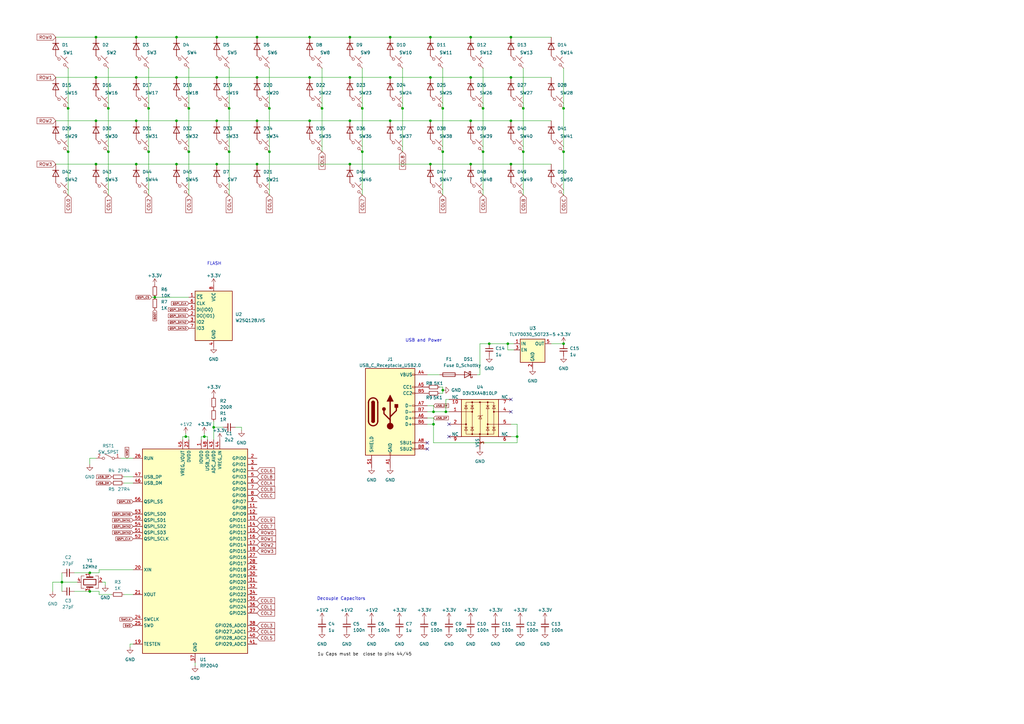
<source format=kicad_sch>
(kicad_sch (version 20231120) (generator "eeschema") (generator_version "8.0")
  (paper "A3")
  (junction (at 209.55 49.53))
  (junction (at 165.1 44.45))
  (junction (at 127 31.75))
  (junction (at 55.88 49.53))
  (junction (at 72.39 15.24))
  (junction (at 231.14 62.23))
  (junction (at 105.41 49.53))
  (junction (at 88.9 67.31))
  (junction (at 27.94 62.23))
  (junction (at 148.59 62.23))
  (junction (at 63.5 121.92))
  (junction (at 214.63 62.23))
  (junction (at 60.96 62.23))
  (junction (at 25.4 238.76))
  (junction (at 160.02 15.24))
  (junction (at 88.9 49.53))
  (junction (at 231.14 44.45))
  (junction (at 87.63 175.26))
  (junction (at 198.12 62.23))
  (junction (at 76.2 179.07))
  (junction (at 176.53 49.53))
  (junction (at 83.82 179.07))
  (junction (at 177.8 173.99))
  (junction (at 55.88 15.24))
  (junction (at 44.45 44.45))
  (junction (at 39.37 67.31))
  (junction (at 176.53 31.75))
  (junction (at 88.9 15.24))
  (junction (at 160.02 49.53))
  (junction (at 193.04 49.53))
  (junction (at 193.04 15.24))
  (junction (at 182.88 168.91))
  (junction (at 39.37 15.24))
  (junction (at 105.41 15.24))
  (junction (at 27.94 44.45))
  (junction (at 105.41 67.31))
  (junction (at 231.14 140.97))
  (junction (at 60.96 44.45))
  (junction (at 110.49 44.45))
  (junction (at 181.61 44.45))
  (junction (at 143.51 31.75))
  (junction (at 127 49.53))
  (junction (at 209.55 67.31))
  (junction (at 132.08 44.45))
  (junction (at 143.51 49.53))
  (junction (at 208.28 140.97))
  (junction (at 77.47 44.45))
  (junction (at 176.53 67.31))
  (junction (at 198.12 44.45))
  (junction (at 72.39 67.31))
  (junction (at 93.98 44.45))
  (junction (at 160.02 31.75))
  (junction (at 72.39 49.53))
  (junction (at 93.98 62.23))
  (junction (at 105.41 31.75))
  (junction (at 176.53 15.24))
  (junction (at 193.04 31.75))
  (junction (at 36.83 234.95))
  (junction (at 200.66 140.97))
  (junction (at 193.04 67.31))
  (junction (at 77.47 62.23))
  (junction (at 39.37 31.75))
  (junction (at 39.37 49.53))
  (junction (at 127 15.24))
  (junction (at 181.61 160.02))
  (junction (at 55.88 31.75))
  (junction (at 110.49 62.23))
  (junction (at 143.51 15.24))
  (junction (at 177.8 168.91))
  (junction (at 36.83 242.57))
  (junction (at 55.88 67.31))
  (junction (at 143.51 67.31))
  (junction (at 209.55 31.75))
  (junction (at 72.39 31.75))
  (junction (at 209.55 15.24))
  (junction (at 181.61 62.23))
  (junction (at 88.9 31.75))
  (junction (at 44.45 62.23))
  (junction (at 214.63 44.45))
  (junction (at 148.59 44.45))
  (junction (at 212.09 179.07))
  (no_connect (at 184.15 173.99))
  (no_connect (at 184.15 179.07))
  (no_connect (at 209.55 168.91))
  (no_connect (at 175.26 181.61))
  (no_connect (at 209.55 163.83))
  (no_connect (at 175.26 184.15))
  (wire (pts (xy 36.83 234.95) (xy 40.64 234.95)))
  (wire (pts (xy 50.8 195.58) (xy 54.61 195.58)))
  (wire (pts (xy 40.64 243.84) (xy 40.64 242.57)))
  (wire (pts (xy 105.41 15.24) (xy 127 15.24)))
  (wire (pts (xy 21.59 238.76) (xy 25.4 238.76)))
  (wire (pts (xy 181.61 62.23) (xy 181.61 80.01)))
  (wire (pts (xy 30.48 242.57) (xy 36.83 242.57)))
  (wire (pts (xy 209.55 179.07) (xy 212.09 179.07)))
  (wire (pts (xy 175.26 166.37) (xy 177.8 166.37)))
  (wire (pts (xy 25.4 238.76) (xy 31.75 238.76)))
  (wire (pts (xy 196.85 140.97) (xy 196.85 153.67)))
  (wire (pts (xy 193.04 67.31) (xy 209.55 67.31)))
  (wire (pts (xy 93.98 62.23) (xy 93.98 80.01)))
  (wire (pts (xy 180.34 158.75) (xy 181.61 158.75)))
  (wire (pts (xy 208.28 143.51) (xy 208.28 140.97)))
  (wire (pts (xy 105.41 49.53) (xy 127 49.53)))
  (wire (pts (xy 27.94 44.45) (xy 27.94 62.23)))
  (wire (pts (xy 177.8 173.99) (xy 177.8 181.61)))
  (wire (pts (xy 198.12 27.94) (xy 198.12 44.45)))
  (wire (pts (xy 39.37 15.24) (xy 55.88 15.24)))
  (wire (pts (xy 182.88 168.91) (xy 184.15 168.91)))
  (wire (pts (xy 40.64 243.84) (xy 45.72 243.84)))
  (wire (pts (xy 25.4 234.95) (xy 25.4 238.76)))
  (wire (pts (xy 50.8 198.12) (xy 54.61 198.12)))
  (wire (pts (xy 210.82 143.51) (xy 208.28 143.51)))
  (wire (pts (xy 209.55 31.75) (xy 226.06 31.75)))
  (wire (pts (xy 177.8 171.45) (xy 177.8 173.99)))
  (wire (pts (xy 72.39 67.31) (xy 88.9 67.31)))
  (wire (pts (xy 88.9 15.24) (xy 105.41 15.24)))
  (wire (pts (xy 44.45 44.45) (xy 44.45 62.23)))
  (wire (pts (xy 53.34 264.16) (xy 54.61 264.16)))
  (wire (pts (xy 209.55 49.53) (xy 226.06 49.53)))
  (wire (pts (xy 77.47 179.07) (xy 76.2 179.07)))
  (wire (pts (xy 25.4 238.76) (xy 25.4 242.57)))
  (wire (pts (xy 80.01 271.78) (xy 80.01 273.05)))
  (wire (pts (xy 176.53 49.53) (xy 193.04 49.53)))
  (wire (pts (xy 196.85 140.97) (xy 200.66 140.97)))
  (wire (pts (xy 193.04 49.53) (xy 209.55 49.53)))
  (wire (pts (xy 40.64 234.95) (xy 40.64 233.68)))
  (wire (pts (xy 39.37 67.31) (xy 55.88 67.31)))
  (wire (pts (xy 74.93 179.07) (xy 74.93 180.34)))
  (wire (pts (xy 165.1 27.94) (xy 165.1 44.45)))
  (wire (pts (xy 77.47 44.45) (xy 77.47 62.23)))
  (wire (pts (xy 160.02 49.53) (xy 176.53 49.53)))
  (wire (pts (xy 193.04 15.24) (xy 209.55 15.24)))
  (wire (pts (xy 40.64 242.57) (xy 36.83 242.57)))
  (wire (pts (xy 76.2 179.07) (xy 74.93 179.07)))
  (wire (pts (xy 212.09 173.99) (xy 209.55 173.99)))
  (wire (pts (xy 60.96 44.45) (xy 60.96 62.23)))
  (wire (pts (xy 182.88 163.83) (xy 184.15 163.83)))
  (wire (pts (xy 60.96 62.23) (xy 60.96 80.01)))
  (wire (pts (xy 176.53 31.75) (xy 193.04 31.75)))
  (wire (pts (xy 83.82 177.8) (xy 83.82 179.07)))
  (wire (pts (xy 72.39 31.75) (xy 88.9 31.75)))
  (wire (pts (xy 27.94 27.94) (xy 27.94 44.45)))
  (wire (pts (xy 127 15.24) (xy 143.51 15.24)))
  (wire (pts (xy 87.63 175.26) (xy 91.44 175.26)))
  (wire (pts (xy 87.63 172.72) (xy 87.63 175.26)))
  (wire (pts (xy 177.8 173.99) (xy 175.26 173.99)))
  (wire (pts (xy 198.12 44.45) (xy 198.12 62.23)))
  (wire (pts (xy 36.83 187.96) (xy 36.83 190.5)))
  (wire (pts (xy 231.14 62.23) (xy 231.14 80.01)))
  (wire (pts (xy 88.9 67.31) (xy 105.41 67.31)))
  (wire (pts (xy 160.02 31.75) (xy 176.53 31.75)))
  (wire (pts (xy 148.59 62.23) (xy 148.59 80.01)))
  (wire (pts (xy 200.66 140.97) (xy 208.28 140.97)))
  (wire (pts (xy 96.52 175.26) (xy 99.06 175.26)))
  (wire (pts (xy 77.47 27.94) (xy 77.47 44.45)))
  (wire (pts (xy 93.98 27.94) (xy 93.98 44.45)))
  (wire (pts (xy 110.49 27.94) (xy 110.49 44.45)))
  (wire (pts (xy 36.83 187.96) (xy 39.37 187.96)))
  (wire (pts (xy 27.94 62.23) (xy 27.94 80.01)))
  (wire (pts (xy 209.55 67.31) (xy 226.06 67.31)))
  (wire (pts (xy 181.61 158.75) (xy 181.61 160.02)))
  (wire (pts (xy 77.47 62.23) (xy 77.47 80.01)))
  (wire (pts (xy 127 49.53) (xy 143.51 49.53)))
  (wire (pts (xy 77.47 180.34) (xy 77.47 179.07)))
  (wire (pts (xy 180.34 161.29) (xy 181.61 161.29)))
  (wire (pts (xy 175.26 168.91) (xy 177.8 168.91)))
  (wire (pts (xy 22.86 49.53) (xy 39.37 49.53)))
  (wire (pts (xy 30.48 234.95) (xy 36.83 234.95)))
  (wire (pts (xy 22.86 31.75) (xy 39.37 31.75)))
  (wire (pts (xy 175.26 171.45) (xy 177.8 171.45)))
  (wire (pts (xy 55.88 49.53) (xy 72.39 49.53)))
  (wire (pts (xy 105.41 67.31) (xy 143.51 67.31)))
  (wire (pts (xy 214.63 44.45) (xy 214.63 62.23)))
  (wire (pts (xy 88.9 31.75) (xy 105.41 31.75)))
  (wire (pts (xy 49.53 187.96) (xy 54.61 187.96)))
  (wire (pts (xy 60.96 27.94) (xy 60.96 44.45)))
  (wire (pts (xy 175.26 153.67) (xy 180.34 153.67)))
  (wire (pts (xy 212.09 179.07) (xy 212.09 173.99)))
  (wire (pts (xy 132.08 44.45) (xy 132.08 62.23)))
  (wire (pts (xy 85.09 179.07) (xy 83.82 179.07)))
  (wire (pts (xy 22.86 67.31) (xy 39.37 67.31)))
  (wire (pts (xy 82.55 179.07) (xy 83.82 179.07)))
  (wire (pts (xy 148.59 44.45) (xy 148.59 62.23)))
  (wire (pts (xy 110.49 62.23) (xy 110.49 80.01)))
  (wire (pts (xy 21.59 242.57) (xy 21.59 238.76)))
  (wire (pts (xy 196.85 153.67) (xy 195.58 153.67)))
  (wire (pts (xy 99.06 175.26) (xy 99.06 176.53)))
  (wire (pts (xy 40.64 233.68) (xy 54.61 233.68)))
  (wire (pts (xy 93.98 44.45) (xy 93.98 62.23)))
  (wire (pts (xy 165.1 44.45) (xy 165.1 62.23)))
  (wire (pts (xy 177.8 181.61) (xy 212.09 181.61)))
  (wire (pts (xy 132.08 27.94) (xy 132.08 44.45)))
  (wire (pts (xy 50.8 243.84) (xy 54.61 243.84)))
  (wire (pts (xy 177.8 168.91) (xy 182.88 168.91)))
  (wire (pts (xy 148.59 27.94) (xy 148.59 44.45)))
  (wire (pts (xy 39.37 49.53) (xy 55.88 49.53)))
  (wire (pts (xy 214.63 27.94) (xy 214.63 44.45)))
  (wire (pts (xy 143.51 67.31) (xy 176.53 67.31)))
  (wire (pts (xy 87.63 175.26) (xy 87.63 180.34)))
  (wire (pts (xy 62.23 121.92) (xy 63.5 121.92)))
  (wire (pts (xy 53.34 265.43) (xy 53.34 264.16)))
  (wire (pts (xy 85.09 180.34) (xy 85.09 179.07)))
  (wire (pts (xy 181.61 44.45) (xy 181.61 62.23)))
  (wire (pts (xy 212.09 181.61) (xy 212.09 179.07)))
  (wire (pts (xy 198.12 62.23) (xy 198.12 80.01)))
  (wire (pts (xy 55.88 67.31) (xy 72.39 67.31)))
  (wire (pts (xy 176.53 15.24) (xy 193.04 15.24)))
  (wire (pts (xy 181.61 161.29) (xy 181.61 160.02)))
  (wire (pts (xy 39.37 31.75) (xy 55.88 31.75)))
  (wire (pts (xy 44.45 27.94) (xy 44.45 44.45)))
  (wire (pts (xy 72.39 15.24) (xy 88.9 15.24)))
  (wire (pts (xy 44.45 62.23) (xy 44.45 80.01)))
  (wire (pts (xy 76.2 177.8) (xy 76.2 179.07)))
  (wire (pts (xy 143.51 49.53) (xy 160.02 49.53)))
  (wire (pts (xy 110.49 44.45) (xy 110.49 62.23)))
  (wire (pts (xy 143.51 15.24) (xy 160.02 15.24)))
  (wire (pts (xy 214.63 62.23) (xy 214.63 80.01)))
  (wire (pts (xy 55.88 15.24) (xy 72.39 15.24)))
  (wire (pts (xy 209.55 15.24) (xy 226.06 15.24)))
  (wire (pts (xy 82.55 180.34) (xy 82.55 179.07)))
  (wire (pts (xy 177.8 166.37) (xy 177.8 168.91)))
  (wire (pts (xy 181.61 27.94) (xy 181.61 44.45)))
  (wire (pts (xy 193.04 31.75) (xy 209.55 31.75)))
  (wire (pts (xy 55.88 31.75) (xy 72.39 31.75)))
  (wire (pts (xy 231.14 27.94) (xy 231.14 44.45)))
  (wire (pts (xy 226.06 140.97) (xy 231.14 140.97)))
  (wire (pts (xy 43.18 238.76) (xy 43.18 240.03)))
  (wire (pts (xy 41.91 238.76) (xy 43.18 238.76)))
  (wire (pts (xy 208.28 140.97) (xy 210.82 140.97)))
  (wire (pts (xy 127 31.75) (xy 143.51 31.75)))
  (wire (pts (xy 72.39 49.53) (xy 88.9 49.53)))
  (wire (pts (xy 63.5 121.92) (xy 77.47 121.92)))
  (wire (pts (xy 231.14 44.45) (xy 231.14 62.23)))
  (wire (pts (xy 22.86 15.24) (xy 39.37 15.24)))
  (wire (pts (xy 182.88 168.91) (xy 182.88 163.83)))
  (wire (pts (xy 143.51 31.75) (xy 160.02 31.75)))
  (wire (pts (xy 105.41 31.75) (xy 127 31.75)))
  (wire (pts (xy 160.02 15.24) (xy 176.53 15.24)))
  (wire (pts (xy 88.9 49.53) (xy 105.41 49.53)))
  (wire (pts (xy 176.53 67.31) (xy 193.04 67.31)))
  (text "Decouple Capacitors" (at 139.954 245.618 0) (effects (font (size 1.27 1.27))))
  (text "USB and Power" (at 173.736 139.7 0) (effects (font (size 1.27 1.27))))
  (text "FLASH" (at 87.884 108.204 0) (effects (font (size 1.27 1.27))))
  (label "1u Caps must be  close to pins 44{slash}45" (at 168.91 269.24 180))
  (global_label "COL9" (shape input) (at 105.41 213.36 0) (property "Intersheetrefs" "${INTERSHEET_REFS}" (effects (hide yes))))
  (global_label "BOOT" (shape input) (at 63.5 127 270) (effects (font (size 0.8 0.8))) (property "Intersheetrefs" "${INTERSHEET_REFS}" (effects (hide yes))))
  (global_label "COL9" (shape input) (at 181.61 80.01 270) (property "Intersheetrefs" "${INTERSHEET_REFS}" (effects (hide yes))))
  (global_label "COLB" (shape input) (at 214.63 80.01 270) (property "Intersheetrefs" "${INTERSHEET_REFS}" (effects (hide yes))))
  (global_label "COL4" (shape input) (at 105.41 259.08 0) (property "Intersheetrefs" "${INTERSHEET_REFS}" (effects (hide yes))))
  (global_label "QSPI_DATA3" (shape input) (at 54.61 218.44 180) (effects (font (size 0.8 0.8))) (property "Intersheetrefs" "${INTERSHEET_REFS}" (effects (hide yes))))
  (global_label "COL4" (shape input) (at 93.98 80.01 270) (property "Intersheetrefs" "${INTERSHEET_REFS}" (effects (hide yes))))
  (global_label "COL0" (shape input) (at 105.41 246.38 0) (property "Intersheetrefs" "${INTERSHEET_REFS}" (effects (hide yes))))
  (global_label "QSPI_DATA1" (shape input) (at 54.61 213.36 180) (effects (font (size 0.8 0.8))) (property "Intersheetrefs" "${INTERSHEET_REFS}" (effects (hide yes))))
  (global_label "NRST" (shape input) (at 52.07 187.96 90) (effects (font (size 0.8 0.8))) (property "Intersheetrefs" "${INTERSHEET_REFS}" (effects (hide yes))))
  (global_label "COLB" (shape input) (at 105.41 200.66 0) (property "Intersheetrefs" "${INTERSHEET_REFS}" (effects (hide yes))))
  (global_label "QSPI_DATA2" (shape input) (at 77.47 132.08 180) (effects (font (size 0.8 0.8))) (property "Intersheetrefs" "${INTERSHEET_REFS}" (effects (hide yes))))
  (global_label "QSPI_CS" (shape input) (at 62.23 121.92 180) (effects (font (size 0.8 0.8))) (property "Intersheetrefs" "${INTERSHEET_REFS}" (effects (hide yes))))
  (global_label "COLA" (shape input) (at 105.41 198.12 0) (property "Intersheetrefs" "${INTERSHEET_REFS}" (effects (hide yes))))
  (global_label "QSPI_CLK" (shape input) (at 54.61 220.98 180) (effects (font (size 0.8 0.8))) (property "Intersheetrefs" "${INTERSHEET_REFS}" (effects (hide yes))))
  (global_label "SWCLK" (shape input) (at 54.61 254 180) (effects (font (size 0.8 0.8))) (property "Intersheetrefs" "${INTERSHEET_REFS}" (effects (hide yes))))
  (global_label "QSPI_DATA1" (shape input) (at 77.47 129.54 180) (effects (font (size 0.8 0.8))) (property "Intersheetrefs" "${INTERSHEET_REFS}" (effects (hide yes))))
  (global_label "COL8" (shape input) (at 165.1 62.23 270) (property "Intersheetrefs" "${INTERSHEET_REFS}" (effects (hide yes))))
  (global_label "COL0" (shape input) (at 27.94 80.01 270) (property "Intersheetrefs" "${INTERSHEET_REFS}" (effects (hide yes))))
  (global_label "QSPI_DATA3" (shape input) (at 77.47 134.62 180) (effects (font (size 0.8 0.8))) (property "Intersheetrefs" "${INTERSHEET_REFS}" (effects (hide yes))))
  (global_label "COL7" (shape input) (at 105.41 215.9 0) (property "Intersheetrefs" "${INTERSHEET_REFS}" (effects (hide yes))))
  (global_label "COL6" (shape input) (at 105.41 193.04 0) (property "Intersheetrefs" "${INTERSHEET_REFS}" (effects (hide yes))))
  (global_label "COL3" (shape input) (at 77.47 80.01 270) (property "Intersheetrefs" "${INTERSHEET_REFS}" (effects (hide yes))))
  (global_label "QSPI_DATA2" (shape input) (at 54.61 215.9 180) (effects (font (size 0.8 0.8))) (property "Intersheetrefs" "${INTERSHEET_REFS}" (effects (hide yes))))
  (global_label "QSPI_CS" (shape input) (at 54.61 205.74 180) (effects (font (size 0.8 0.8))) (property "Intersheetrefs" "${INTERSHEET_REFS}" (effects (hide yes))))
  (global_label "ROW0" (shape input) (at 105.41 218.44 0) (property "Intersheetrefs" "${INTERSHEET_REFS}" (effects (hide yes))))
  (global_label "USB_DM" (shape input) (at 177.8 166.37 0) (effects (font (size 0.8 0.8))) (property "Intersheetrefs" "${INTERSHEET_REFS}" (effects (hide yes))))
  (global_label "ROW1" (shape input) (at 105.41 220.98 0) (property "Intersheetrefs" "${INTERSHEET_REFS}" (effects (hide yes))))
  (global_label "USB_DM" (shape input) (at 45.72 198.12 180) (effects (font (size 0.8 0.8))) (property "Intersheetrefs" "${INTERSHEET_REFS}" (effects (hide yes))))
  (global_label "QSPI_DATA0" (shape input) (at 54.61 210.82 180) (effects (font (size 0.8 0.8))) (property "Intersheetrefs" "${INTERSHEET_REFS}" (effects (hide yes))))
  (global_label "COL7" (shape input) (at 148.59 80.01 270) (property "Intersheetrefs" "${INTERSHEET_REFS}" (effects (hide yes))))
  (global_label "QSPI_DATA0" (shape input) (at 77.47 127 180) (effects (font (size 0.8 0.8))) (property "Intersheetrefs" "${INTERSHEET_REFS}" (effects (hide yes))))
  (global_label "COL6" (shape input) (at 132.08 62.23 270) (property "Intersheetrefs" "${INTERSHEET_REFS}" (effects (hide yes))))
  (global_label "ROW0" (shape input) (at 22.86 15.24 180) (property "Intersheetrefs" "${INTERSHEET_REFS}" (effects (hide yes))))
  (global_label "USB_DP" (shape input) (at 177.8 171.45 0) (effects (font (size 0.8 0.8))) (property "Intersheetrefs" "${INTERSHEET_REFS}" (effects (hide yes))))
  (global_label "COL2" (shape input) (at 60.96 80.01 270) (property "Intersheetrefs" "${INTERSHEET_REFS}" (effects (hide yes))))
  (global_label "ROW3" (shape input) (at 105.41 226.06 0) (property "Intersheetrefs" "${INTERSHEET_REFS}" (effects (hide yes))))
  (global_label "ROW3" (shape input) (at 22.86 67.31 180) (property "Intersheetrefs" "${INTERSHEET_REFS}" (effects (hide yes))))
  (global_label "COL2" (shape input) (at 105.41 251.46 0) (property "Intersheetrefs" "${INTERSHEET_REFS}" (effects (hide yes))))
  (global_label "USB_DP" (shape input) (at 45.72 195.58 180) (effects (font (size 0.8 0.8))) (property "Intersheetrefs" "${INTERSHEET_REFS}" (effects (hide yes))))
  (global_label "COLC" (shape input) (at 231.14 80.01 270) (property "Intersheetrefs" "${INTERSHEET_REFS}" (effects (hide yes))))
  (global_label "COL5" (shape input) (at 105.41 261.62 0) (property "Intersheetrefs" "${INTERSHEET_REFS}" (effects (hide yes))))
  (global_label "ROW2" (shape input) (at 105.41 223.52 0) (property "Intersheetrefs" "${INTERSHEET_REFS}" (effects (hide yes))))
  (global_label "COL1" (shape input) (at 44.45 80.01 270) (property "Intersheetrefs" "${INTERSHEET_REFS}" (effects (hide yes))))
  (global_label "COL3" (shape input) (at 105.41 256.54 0) (property "Intersheetrefs" "${INTERSHEET_REFS}" (effects (hide yes))))
  (global_label "QSPI_CLK" (shape input) (at 77.47 124.46 180) (effects (font (size 0.8 0.8))) (property "Intersheetrefs" "${INTERSHEET_REFS}" (effects (hide yes))))
  (global_label "COL5" (shape input) (at 110.49 80.01 270) (property "Intersheetrefs" "${INTERSHEET_REFS}" (effects (hide yes))))
  (global_label "COLA" (shape input) (at 198.12 80.01 270) (property "Intersheetrefs" "${INTERSHEET_REFS}" (effects (hide yes))))
  (global_label "COLC" (shape input) (at 105.41 203.2 0) (property "Intersheetrefs" "${INTERSHEET_REFS}" (effects (hide yes))))
  (global_label "COL8" (shape input) (at 105.41 195.58 0) (property "Intersheetrefs" "${INTERSHEET_REFS}" (effects (hide yes))))
  (global_label "SWD" (shape input) (at 54.61 256.54 180) (effects (font (size 0.8 0.8))) (property "Intersheetrefs" "${INTERSHEET_REFS}" (effects (hide yes))))
  (global_label "COL1" (shape input) (at 105.41 248.92 0) (property "Intersheetrefs" "${INTERSHEET_REFS}" (effects (hide yes))))
  (global_label "ROW2" (shape input) (at 22.86 49.53 180) (property "Intersheetrefs" "${INTERSHEET_REFS}" (effects (hide yes))))
  (global_label "ROW1" (shape input) (at 22.86 31.75 180) (property "Intersheetrefs" "${INTERSHEET_REFS}" (effects (hide yes))))
  (symbol (lib_id "Diode:1N4148W") (at 39.37 71.12 270) (unit 1)
    (property "Reference" "D43" (at 41.91 70.485 90) (effects (justify left)))
    (property "Value" "1N4148W" (effects (hide yes)))
    (property "Footprint" "Diode_SMD:D_SOD-123" (effects (hide yes)))
    (property "Datasheet" "https://www.vishay.com/docs/85748/1n4148w.pdf" (effects (hide yes)))
    (property "Sim.Device" "D" (effects (hide yes)))
    (property "Sim.Pins" "1=K 2=A" (effects (hide yes)))
  )
  (symbol (lib_id "Diode:1N4148W") (at 39.37 19.05 270) (unit 1)
    (property "Reference" "D2" (at 41.91 18.415 90) (effects (justify left)))
    (property "Value" "1N4148W" (effects (hide yes)))
    (property "Footprint" "Diode_SMD:D_SOD-123" (effects (hide yes)))
    (property "Datasheet" "https://www.vishay.com/docs/85748/1n4148w.pdf" (effects (hide yes)))
    (property "Sim.Device" "D" (effects (hide yes)))
    (property "Sim.Pins" "1=K 2=A" (effects (hide yes)))
  )
  (symbol (lib_id "Switch:SW_Push_45deg") (at 91.44 25.4 0) (unit 1)
    (property "Reference" "SW5" (at 95.25 21.59 0))
    (property "Value" "SW_Push_45deg" (effects (hide yes)))
    (property "Footprint" "Switch_Keyboard_Hotswap_Kailh:SW_Hotswap_Kailh_MX_1.00u" (effects (hide yes)))
  )
  (symbol (lib_id "Diode:1N4148W") (at 193.04 53.34 270) (unit 1)
    (property "Reference" "D39" (at 195.58 52.705 90) (effects (justify left)))
    (property "Value" "1N4148W" (effects (hide yes)))
    (property "Footprint" "Diode_SMD:D_SOD-123" (effects (hide yes)))
    (property "Datasheet" "https://www.vishay.com/docs/85748/1n4148w.pdf" (effects (hide yes)))
    (property "Sim.Device" "D" (effects (hide yes)))
    (property "Sim.Pins" "1=K 2=A" (effects (hide yes)))
  )
  (symbol (lib_id "power:GND") (at 160.02 191.77 0) (unit 1)
    (property "Reference" "#PWR041" (effects (hide yes)))
    (property "Value" "GND" (at 160.02 196.85 0))
  )
  (symbol (lib_id "Device:R_Small") (at 87.63 165.1 0) (unit 1)
    (property "Reference" "R2" (at 90.17 164.465 0) (effects (justify left)))
    (property "Value" "200R" (at 90.17 167.005 0) (effects (justify left)))
    (property "Footprint" "Resistor_SMD:R_0402_1005Metric" (effects (hide yes)))
  )
  (symbol (lib_id "Switch:SW_Push_45deg") (at 228.6 77.47 0) (unit 1)
    (property "Reference" "SW50" (at 232.41 73.66 0))
    (property "Value" "SW_Push_45deg" (effects (hide yes)))
    (property "Footprint" "Switch_Keyboard_Hotswap_Kailh:SW_Hotswap_Kailh_MX_1.00u" (effects (hide yes)))
  )
  (symbol (lib_id "Diode:1N4148W") (at 55.88 53.34 270) (unit 1)
    (property "Reference" "D31" (at 58.42 52.705 90) (effects (justify left)))
    (property "Value" "1N4148W" (effects (hide yes)))
    (property "Footprint" "Diode_SMD:D_SOD-123" (effects (hide yes)))
    (property "Datasheet" "https://www.vishay.com/docs/85748/1n4148w.pdf" (effects (hide yes)))
    (property "Sim.Device" "D" (effects (hide yes)))
    (property "Sim.Pins" "1=K 2=A" (effects (hide yes)))
  )
  (symbol (lib_id "Switch:SW_Push_45deg") (at 41.91 41.91 0) (unit 1)
    (property "Reference" "SW16" (at 45.72 38.1 0))
    (property "Value" "SW_Push_45deg" (effects (hide yes)))
    (property "Footprint" "Switch_Keyboard_Hotswap_Kailh:SW_Hotswap_Kailh_MX_1.00u" (effects (hide yes)))
  )
  (symbol (lib_id "Diode:1N4148W") (at 160.02 53.34 270) (unit 1)
    (property "Reference" "D37" (at 162.56 52.705 90) (effects (justify left)))
    (property "Value" "1N4148W" (effects (hide yes)))
    (property "Footprint" "Diode_SMD:D_SOD-123" (effects (hide yes)))
    (property "Datasheet" "https://www.vishay.com/docs/85748/1n4148w.pdf" (effects (hide yes)))
    (property "Sim.Device" "D" (effects (hide yes)))
    (property "Sim.Pins" "1=K 2=A" (effects (hide yes)))
  )
  (symbol (lib_id "Switch:SW_Push_45deg") (at 58.42 41.91 0) (unit 1)
    (property "Reference" "SW17" (at 62.23 38.1 0))
    (property "Value" "SW_Push_45deg" (effects (hide yes)))
    (property "Footprint" "Switch_Keyboard_Hotswap_Kailh:SW_Hotswap_Kailh_MX_1.00u" (effects (hide yes)))
  )
  (symbol (lib_id "Switch:SW_Push_45deg") (at 41.91 25.4 0) (unit 1)
    (property "Reference" "SW2" (at 45.72 21.59 0))
    (property "Value" "SW_Push_45deg" (effects (hide yes)))
    (property "Footprint" "Switch_Keyboard_Hotswap_Kailh:SW_Hotswap_Kailh_MX_1.00u" (effects (hide yes)))
  )
  (symbol (lib_id "Device:D_Schottky") (at 191.77 153.67 180) (unit 1)
    (property "Reference" "DS1" (at 192.0875 147.32 0))
    (property "Value" "D_Schottky" (at 192.0875 149.86 0))
    (property "Footprint" "Diode_SMD:D_SOD-123" (effects (hide yes)))
    (property "Description" "Schottky diode" (effects (hide yes)))
  )
  (symbol (lib_id "Device:R_Small") (at 177.8 158.75 90) (unit 1)
    (property "Reference" "R8" (at 176.022 157.226 90))
    (property "Value" "5K1" (at 179.832 157.226 90))
    (property "Footprint" "Resistor_SMD:R_0402_1005Metric" (effects (hide yes)))
  )
  (symbol (lib_id "Switch:SW_Push_45deg") (at 146.05 77.47 0) (unit 1)
    (property "Reference" "SW46" (at 149.86 73.66 0))
    (property "Value" "SW_Push_45deg" (effects (hide yes)))
    (property "Footprint" "Switch_Keyboard_Hotswap_Kailh:SW_Hotswap_Kailh_MX_2.25u" (effects (hide yes)))
  )
  (symbol (lib_id "power:+3.3V") (at 223.52 254 0) (unit 1)
    (property "Reference" "#PWR020" (effects (hide yes)))
    (property "Value" "+3.3V" (at 223.52 250.19 0))
  )
  (symbol (lib_id "Device:C_Small") (at 173.99 256.54 0) (unit 1)
    (property "Reference" "C8" (at 176.53 255.9113 0) (effects (justify left)))
    (property "Value" "100n" (at 176.53 258.4513 0) (effects (justify left)))
    (property "Footprint" "Capacitor_SMD:C_0402_1005Metric" (effects (hide yes)))
  )
  (symbol (lib_id "Device:C_Small") (at 223.52 256.54 0) (unit 1)
    (property "Reference" "C13" (at 226.06 255.9113 0) (effects (justify left)))
    (property "Value" "100n" (at 226.06 258.4513 0) (effects (justify left)))
    (property "Footprint" "Capacitor_SMD:C_0402_1005Metric" (effects (hide yes)))
  )
  (symbol (lib_id "Switch:SW_Push_45deg") (at 212.09 59.69 0) (unit 1)
    (property "Reference" "SW40" (at 215.9 55.88 0))
    (property "Value" "SW_Push_45deg" (effects (hide yes)))
    (property "Footprint" "Switch_Keyboard_Hotswap_Kailh:SW_Hotswap_Kailh_MX_1.00u" (effects (hide yes)))
  )
  (symbol (lib_id "Switch:SW_Push_45deg") (at 129.54 41.91 0) (unit 1)
    (property "Reference" "SW22" (at 133.35 38.1 0))
    (property "Value" "SW_Push_45deg" (effects (hide yes)))
    (property "Footprint" "Switch_Keyboard_Hotswap_Kailh:SW_Hotswap_Kailh_MX_1.00u" (effects (hide yes)))
  )
  (symbol (lib_id "Diode:1N4148W") (at 88.9 53.34 270) (unit 1)
    (property "Reference" "D33" (at 91.44 52.705 90) (effects (justify left)))
    (property "Value" "1N4148W" (effects (hide yes)))
    (property "Footprint" "Diode_SMD:D_SOD-123" (effects (hide yes)))
    (property "Datasheet" "https://www.vishay.com/docs/85748/1n4148w.pdf" (effects (hide yes)))
    (property "Sim.Device" "D" (effects (hide yes)))
    (property "Sim.Pins" "1=K 2=A" (effects (hide yes)))
  )
  (symbol (lib_id "Diode:1N4148W") (at 105.41 53.34 270) (unit 1)
    (property "Reference" "D34" (at 107.95 52.705 90) (effects (justify left)))
    (property "Value" "1N4148W" (effects (hide yes)))
    (property "Footprint" "Diode_SMD:D_SOD-123" (effects (hide yes)))
    (property "Datasheet" "https://www.vishay.com/docs/85748/1n4148w.pdf" (effects (hide yes)))
    (property "Sim.Device" "D" (effects (hide yes)))
    (property "Sim.Pins" "1=K 2=A" (effects (hide yes)))
  )
  (symbol (lib_id "power:GND") (at 43.18 240.03 0) (unit 1)
    (property "Reference" "#PWR09" (effects (hide yes)))
    (property "Value" "GND" (at 43.18 245.11 0))
  )
  (symbol (lib_id "Switch:SW_Push_45deg") (at 91.44 59.69 0) (unit 1)
    (property "Reference" "SW33" (at 95.25 55.88 0))
    (property "Value" "SW_Push_45deg" (effects (hide yes)))
    (property "Footprint" "Switch_Keyboard_Hotswap_Kailh:SW_Hotswap_Kailh_MX_1.00u" (effects (hide yes)))
  )
  (symbol (lib_id "Diode:1N4148W") (at 209.55 71.12 270) (unit 1)
    (property "Reference" "D49" (at 212.09 70.485 90) (effects (justify left)))
    (property "Value" "1N4148W" (effects (hide yes)))
    (property "Footprint" "Diode_SMD:D_SOD-123" (effects (hide yes)))
    (property "Datasheet" "https://www.vishay.com/docs/85748/1n4148w.pdf" (effects (hide yes)))
    (property "Sim.Device" "D" (effects (hide yes)))
    (property "Sim.Pins" "1=K 2=A" (effects (hide yes)))
  )
  (symbol (lib_id "Switch:SW_Push_45deg") (at 91.44 41.91 0) (unit 1)
    (property "Reference" "SW19" (at 95.25 38.1 0))
    (property "Value" "SW_Push_45deg" (effects (hide yes)))
    (property "Footprint" "Switch_Keyboard_Hotswap_Kailh:SW_Hotswap_Kailh_MX_1.00u" (effects (hide yes)))
  )
  (symbol (lib_id "Device:R_Small") (at 63.5 119.38 0) (unit 1)
    (property "Reference" "R6" (at 66.04 118.745 0) (effects (justify left)))
    (property "Value" "10K" (at 66.04 121.285 0) (effects (justify left)))
    (property "Footprint" "Resistor_SMD:R_0402_1005Metric" (effects (hide yes)))
  )
  (symbol (lib_id "Device:R_Small") (at 48.26 243.84 90) (unit 1)
    (property "Reference" "R3" (at 48.26 238.76 90))
    (property "Value" "1K" (at 48.26 241.3 90))
    (property "Footprint" "Resistor_SMD:R_0402_1005Metric" (effects (hide yes)))
  )
  (symbol (lib_id "Switch:SW_Push_45deg") (at 195.58 25.4 0) (unit 1)
    (property "Reference" "SW12" (at 199.39 21.59 0))
    (property "Value" "SW_Push_45deg" (effects (hide yes)))
    (property "Footprint" "Switch_Keyboard_Hotswap_Kailh:SW_Hotswap_Kailh_MX_1.00u" (effects (hide yes)))
  )
  (symbol (lib_id "Device:C_Small") (at 93.98 175.26 270) (mirror x) (unit 1)
    (property "Reference" "C1" (at 93.98 177.8 90))
    (property "Value" "2u2" (at 93.98 180.34 90))
    (property "Footprint" "Capacitor_SMD:C_0402_1005Metric" (effects (hide yes)))
  )
  (symbol (lib_id "Diode:1N4148W") (at 176.53 71.12 270) (unit 1)
    (property "Reference" "D47" (at 179.07 70.485 90) (effects (justify left)))
    (property "Value" "1N4148W" (effects (hide yes)))
    (property "Footprint" "Diode_SMD:D_SOD-123" (effects (hide yes)))
    (property "Datasheet" "https://www.vishay.com/docs/85748/1n4148w.pdf" (effects (hide yes)))
    (property "Sim.Device" "D" (effects (hide yes)))
    (property "Sim.Pins" "1=K 2=A" (effects (hide yes)))
  )
  (symbol (lib_id "power:GND") (at 53.34 265.43 0) (unit 1)
    (property "Reference" "#PWR07" (effects (hide yes)))
    (property "Value" "GND" (at 53.34 270.51 0))
  )
  (symbol (lib_id "Device:C_Small") (at 200.66 143.51 0) (unit 1)
    (property "Reference" "C14" (at 203.2 142.8813 0) (effects (justify left)))
    (property "Value" "1u" (at 203.2 145.4213 0) (effects (justify left)))
    (property "Footprint" "Capacitor_SMD:C_0402_1005Metric" (effects (hide yes)))
  )
  (symbol (lib_id "Switch:SW_Push_45deg") (at 107.95 41.91 0) (unit 1)
    (property "Reference" "SW20" (at 111.76 38.1 0))
    (property "Value" "SW_Push_45deg" (effects (hide yes)))
    (property "Footprint" "Switch_Keyboard_Hotswap_Kailh:SW_Hotswap_Kailh_MX_1.00u" (effects (hide yes)))
  )
  (symbol (lib_id "Switch:SW_Push_45deg") (at 179.07 25.4 0) (unit 1)
    (property "Reference" "SW11" (at 182.88 21.59 0))
    (property "Value" "SW_Push_45deg" (effects (hide yes)))
    (property "Footprint" "Switch_Keyboard_Hotswap_Kailh:SW_Hotswap_Kailh_MX_1.00u" (effects (hide yes)))
  )
  (symbol (lib_id "power:GND") (at 196.85 184.15 0) (unit 1)
    (property "Reference" "#PWR038" (effects (hide yes)))
    (property "Value" "GND" (at 196.85 189.23 0))
  )
  (symbol (lib_id "Diode:1N4148W") (at 22.86 71.12 270) (unit 1)
    (property "Reference" "D42" (at 25.4 70.485 90) (effects (justify left)))
    (property "Value" "1N4148W" (effects (hide yes)))
    (property "Footprint" "Diode_SMD:D_SOD-123" (effects (hide yes)))
    (property "Datasheet" "https://www.vishay.com/docs/85748/1n4148w.pdf" (effects (hide yes)))
    (property "Sim.Device" "D" (effects (hide yes)))
    (property "Sim.Pins" "1=K 2=A" (effects (hide yes)))
  )
  (symbol (lib_id "Switch:SW_Push_45deg") (at 107.95 25.4 0) (unit 1)
    (property "Reference" "SW6" (at 111.76 21.59 0))
    (property "Value" "SW_Push_45deg" (effects (hide yes)))
    (property "Footprint" "Switch_Keyboard_Hotswap_Kailh:SW_Hotswap_Kailh_MX_1.00u" (effects (hide yes)))
  )
  (symbol (lib_id "Switch:SW_Push_45deg") (at 58.42 77.47 0) (unit 1)
    (property "Reference" "SW44" (at 62.23 73.66 0))
    (property "Value" "SW_Push_45deg" (effects (hide yes)))
    (property "Footprint" "Switch_Keyboard_Hotswap_Kailh:SW_Hotswap_Kailh_MX_1.25u" (effects (hide yes)))
  )
  (symbol (lib_id "Switch:SW_Push_45deg") (at 58.42 59.69 0) (unit 1)
    (property "Reference" "SW31" (at 62.23 55.88 0))
    (property "Value" "SW_Push_45deg" (effects (hide yes)))
    (property "Footprint" "Switch_Keyboard_Hotswap_Kailh:SW_Hotswap_Kailh_MX_1.00u" (effects (hide yes)))
  )
  (symbol (lib_id "Device:R_Small") (at 87.63 170.18 0) (unit 1)
    (property "Reference" "R1" (at 90.17 169.545 0) (effects (justify left)))
    (property "Value" "1R" (at 90.17 172.085 0) (effects (justify left)))
    (property "Footprint" "Resistor_SMD:R_0402_1005Metric" (effects (hide yes)))
  )
  (symbol (lib_id "Switch:SW_Push_45deg") (at 74.93 77.47 0) (unit 1)
    (property "Reference" "SW45" (at 78.74 73.66 0))
    (property "Value" "SW_Push_45deg" (effects (hide yes)))
    (property "Footprint" "Switch_Keyboard_Hotswap_Kailh:SW_Hotswap_Kailh_MX_2.75u" (effects (hide yes)))
  )
  (symbol (lib_id "Device:C_Small") (at 152.4 256.54 0) (unit 1)
    (property "Reference" "C6" (at 154.94 255.9113 0) (effects (justify left)))
    (property "Value" "100n" (at 154.94 258.4513 0) (effects (justify left)))
    (property "Footprint" "Capacitor_SMD:C_0402_1005Metric" (effects (hide yes)))
  )
  (symbol (lib_id "power:+3.3V") (at 184.15 254 0) (unit 1)
    (property "Reference" "#PWR016" (effects (hide yes)))
    (property "Value" "+3.3V" (at 184.15 250.19 0))
  )
  (symbol (lib_id "Switch:SW_Push_45deg") (at 179.07 77.47 0) (unit 1)
    (property "Reference" "SW47" (at 182.88 73.66 0))
    (property "Value" "SW_Push_45deg" (effects (hide yes)))
    (property "Footprint" "Switch_Keyboard_Hotswap_Kailh:SW_Hotswap_Kailh_MX_1.50u" (effects (hide yes)))
  )
  (symbol (lib_id "power:+1V2") (at 76.2 177.8 0) (unit 1)
    (property "Reference" "#PWR04" (effects (hide yes)))
    (property "Value" "+1V2" (at 76.2 173.99 0))
  )
  (symbol (lib_id "Diode:1N4148W") (at 127 53.34 270) (unit 1)
    (property "Reference" "D35" (at 129.54 52.705 90) (effects (justify left)))
    (property "Value" "1N4148W" (effects (hide yes)))
    (property "Footprint" "Diode_SMD:D_SOD-123" (effects (hide yes)))
    (property "Datasheet" "https://www.vishay.com/docs/85748/1n4148w.pdf" (effects (hide yes)))
    (property "Sim.Device" "D" (effects (hide yes)))
    (property "Sim.Pins" "1=K 2=A" (effects (hide yes)))
  )
  (symbol (lib_id "Diode:1N4148W") (at 209.55 53.34 270) (unit 1)
    (property "Reference" "D40" (at 212.09 52.705 90) (effects (justify left)))
    (property "Value" "1N4148W" (effects (hide yes)))
    (property "Footprint" "Diode_SMD:D_SOD-123" (effects (hide yes)))
    (property "Datasheet" "https://www.vishay.com/docs/85748/1n4148w.pdf" (effects (hide yes)))
    (property "Sim.Device" "D" (effects (hide yes)))
    (property "Sim.Pins" "1=K 2=A" (effects (hide yes)))
  )
  (symbol (lib_id "Device:C_Small") (at 27.94 234.95 90) (unit 1)
    (property "Reference" "C2" (at 27.94 228.6 90))
    (property "Value" "27pF" (at 27.94 231.14 90))
    (property "Footprint" "Capacitor_SMD:C_0402_1005Metric" (effects (hide yes)))
  )
  (symbol (lib_id "power:GND") (at 80.01 273.05 0) (unit 1)
    (property "Reference" "#PWR06" (effects (hide yes)))
    (property "Value" "GND" (at 80.01 278.13 0))
  )
  (symbol (lib_id "Device:C_Small") (at 184.15 256.54 0) (unit 1)
    (property "Reference" "C9" (at 186.69 255.9113 0) (effects (justify left)))
    (property "Value" "100n" (at 186.69 258.4513 0) (effects (justify left)))
    (property "Footprint" "Capacitor_SMD:C_0402_1005Metric" (effects (hide yes)))
  )
  (symbol (lib_id "Diode:1N4148W") (at 143.51 71.12 270) (unit 1)
    (property "Reference" "D46" (at 146.05 70.485 90) (effects (justify left)))
    (property "Value" "1N4148W" (effects (hide yes)))
    (property "Footprint" "Diode_SMD:D_SOD-123" (effects (hide yes)))
    (property "Datasheet" "https://www.vishay.com/docs/85748/1n4148w.pdf" (effects (hide yes)))
    (property "Sim.Device" "D" (effects (hide yes)))
    (property "Sim.Pins" "1=K 2=A" (effects (hide yes)))
  )
  (symbol (lib_id "Diode:1N4148W") (at 226.06 35.56 270) (unit 1)
    (property "Reference" "D28" (at 228.6 34.925 90) (effects (justify left)))
    (property "Value" "1N4148W" (effects (hide yes)))
    (property "Footprint" "Diode_SMD:D_SOD-123" (effects (hide yes)))
    (property "Datasheet" "https://www.vishay.com/docs/85748/1n4148w.pdf" (effects (hide yes)))
    (property "Sim.Device" "D" (effects (hide yes)))
    (property "Sim.Pins" "1=K 2=A" (effects (hide yes)))
  )
  (symbol (lib_id "Diode:1N4148W") (at 72.39 71.12 270) (unit 1)
    (property "Reference" "D45" (at 74.93 70.485 90) (effects (justify left)))
    (property "Value" "1N4148W" (effects (hide yes)))
    (property "Footprint" "Diode_SMD:D_SOD-123" (effects (hide yes)))
    (property "Datasheet" "https://www.vishay.com/docs/85748/1n4148w.pdf" (effects (hide yes)))
    (property "Sim.Device" "D" (effects (hide yes)))
    (property "Sim.Pins" "1=K 2=A" (effects (hide yes)))
  )
  (symbol (lib_id "Switch:SW_Push_45deg") (at 146.05 25.4 0) (unit 1)
    (property "Reference" "SW9" (at 149.86 21.59 0))
    (property "Value" "SW_Push_45deg" (effects (hide yes)))
    (property "Footprint" "Switch_Keyboard_Hotswap_Kailh:SW_Hotswap_Kailh_MX_1.00u" (effects (hide yes)))
  )
  (symbol (lib_id "Switch:SW_Push_45deg") (at 58.42 25.4 0) (unit 1)
    (property "Reference" "SW3" (at 62.23 21.59 0))
    (property "Value" "SW_Push_45deg" (effects (hide yes)))
    (property "Footprint" "Switch_Keyboard_Hotswap_Kailh:SW_Hotswap_Kailh_MX_1.00u" (effects (hide yes)))
  )
  (symbol (lib_id "power:GND") (at 223.52 259.08 0) (unit 1)
    (property "Reference" "#PWR033" (effects (hide yes)))
    (property "Value" "GND" (at 223.52 264.16 0))
  )
  (symbol (lib_id "power:GND") (at 218.44 151.13 0) (unit 1)
    (property "Reference" "#PWR037" (effects (hide yes)))
    (property "Value" "GND" (at 218.44 156.21 0))
  )
  (symbol (lib_id "Diode:1N4148W") (at 193.04 35.56 270) (unit 1)
    (property "Reference" "D26" (at 195.58 34.925 90) (effects (justify left)))
    (property "Value" "1N4148W" (effects (hide yes)))
    (property "Footprint" "Diode_SMD:D_SOD-123" (effects (hide yes)))
    (property "Datasheet" "https://www.vishay.com/docs/85748/1n4148w.pdf" (effects (hide yes)))
    (property "Sim.Device" "D" (effects (hide yes)))
    (property "Sim.Pins" "1=K 2=A" (effects (hide yes)))
  )
  (symbol (lib_id "Switch:SW_Push_45deg") (at 212.09 25.4 0) (unit 1)
    (property "Reference" "SW13" (at 215.9 21.59 0))
    (property "Value" "SW_Push_45deg" (effects (hide yes)))
    (property "Footprint" "Switch_Keyboard_Hotswap_Kailh:SW_Hotswap_Kailh_MX_1.00u" (effects (hide yes)))
  )
  (symbol (lib_id "Switch:SW_Push_45deg") (at 228.6 25.4 0) (unit 1)
    (property "Reference" "SW14" (at 232.41 21.59 0))
    (property "Value" "SW_Push_45deg" (effects (hide yes)))
    (property "Footprint" "Switch_Keyboard_Hotswap_Kailh:SW_Hotswap_Kailh_MX_1.50u" (effects (hide yes)))
  )
  (symbol (lib_id "Diode:1N4148W") (at 176.53 53.34 270) (unit 1)
    (property "Reference" "D38" (at 179.07 52.705 90) (effects (justify left)))
    (property "Value" "1N4148W" (effects (hide yes)))
    (property "Footprint" "Diode_SMD:D_SOD-123" (effects (hide yes)))
    (property "Datasheet" "https://www.vishay.com/docs/85748/1n4148w.pdf" (effects (hide yes)))
    (property "Sim.Device" "D" (effects (hide yes)))
    (property "Sim.Pins" "1=K 2=A" (effects (hide yes)))
  )
  (symbol (lib_id "power:+3.3V") (at 83.82 177.8 0) (unit 1)
    (property "Reference" "#PWR01" (effects (hide yes)))
    (property "Value" "+3.3V" (at 83.82 173.99 0))
  )
  (symbol (lib_id "Diode:1N4148W") (at 55.88 71.12 270) (unit 1)
    (property "Reference" "D44" (at 58.42 70.485 90) (effects (justify left)))
    (property "Value" "1N4148W" (effects (hide yes)))
    (property "Footprint" "Diode_SMD:D_SOD-123" (effects (hide yes)))
    (property "Datasheet" "https://www.vishay.com/docs/85748/1n4148w.pdf" (effects (hide yes)))
    (property "Sim.Device" "D" (effects (hide yes)))
    (property "Sim.Pins" "1=K 2=A" (effects (hide yes)))
  )
  (symbol (lib_id "Diode:1N4148W") (at 72.39 53.34 270) (unit 1)
    (property "Reference" "D32" (at 74.93 52.705 90) (effects (justify left)))
    (property "Value" "1N4148W" (effects (hide yes)))
    (property "Footprint" "Diode_SMD:D_SOD-123" (effects (hide yes)))
    (property "Datasheet" "https://www.vishay.com/docs/85748/1n4148w.pdf" (effects (hide yes)))
    (property "Sim.Device" "D" (effects (hide yes)))
    (property "Sim.Pins" "1=K 2=A" (effects (hide yes)))
  )
  (symbol (lib_id "power:GND") (at 200.66 146.05 0) (unit 1)
    (property "Reference" "#PWR034" (effects (hide yes)))
    (property "Value" "GND" (at 200.66 151.13 0))
  )
  (symbol (lib_id "Diode:1N4148W") (at 22.86 53.34 270) (unit 1)
    (property "Reference" "D29" (at 25.4 52.705 90) (effects (justify left)))
    (property "Value" "1N4148W" (effects (hide yes)))
    (property "Footprint" "Diode_SMD:D_SOD-123" (effects (hide yes)))
    (property "Datasheet" "https://www.vishay.com/docs/85748/1n4148w.pdf" (effects (hide yes)))
    (property "Sim.Device" "D" (effects (hide yes)))
    (property "Sim.Pins" "1=K 2=A" (effects (hide yes)))
  )
  (symbol (lib_id "Diode:1N4148W") (at 72.39 19.05 270) (unit 1)
    (property "Reference" "D4" (at 74.93 18.415 90) (effects (justify left)))
    (property "Value" "1N4148W" (effects (hide yes)))
    (property "Footprint" "Diode_SMD:D_SOD-123" (effects (hide yes)))
    (property "Datasheet" "https://www.vishay.com/docs/85748/1n4148w.pdf" (effects (hide yes)))
    (property "Sim.Device" "D" (effects (hide yes)))
    (property "Sim.Pins" "1=K 2=A" (effects (hide yes)))
  )
  (symbol (lib_id "Switch:SW_Push_45deg") (at 41.91 59.69 0) (unit 1)
    (property "Reference" "SW30" (at 45.72 55.88 0))
    (property "Value" "SW_Push_45deg" (effects (hide yes)))
    (property "Footprint" "Switch_Keyboard_Hotswap_Kailh:SW_Hotswap_Kailh_MX_1.00u" (effects (hide yes)))
  )
  (symbol (lib_id "Switch:SW_SPST") (at 44.45 187.96 0) (mirror y) (unit 1)
    (property "Reference" "RST1" (at 44.45 182.88 0))
    (property "Value" "SW_SPST" (at 44.45 185.42 0))
    (property "Footprint" "Button_Switch_SMD:SW_SPST_TL3342" (effects (hide yes)))
  )
  (symbol (lib_id "Device:C_Small") (at 163.83 256.54 0) (unit 1)
    (property "Reference" "C7" (at 166.37 255.9113 0) (effects (justify left)))
    (property "Value" "1u" (at 166.37 258.4513 0) (effects (justify left)))
    (property "Footprint" "Capacitor_SMD:C_0402_1005Metric" (effects (hide yes)))
  )
  (symbol (lib_id "Diode:1N4148W") (at 176.53 35.56 270) (unit 1)
    (property "Reference" "D25" (at 179.07 34.925 90) (effects (justify left)))
    (property "Value" "1N4148W" (effects (hide yes)))
    (property "Footprint" "Diode_SMD:D_SOD-123" (effects (hide yes)))
    (property "Datasheet" "https://www.vishay.com/docs/85748/1n4148w.pdf" (effects (hide yes)))
    (property "Sim.Device" "D" (effects (hide yes)))
    (property "Sim.Pins" "1=K 2=A" (effects (hide yes)))
  )
  (symbol (lib_id "Device:C_Small") (at 231.14 143.51 0) (unit 1)
    (property "Reference" "C15" (at 233.68 142.8813 0) (effects (justify left)))
    (property "Value" "1u" (at 233.68 145.4213 0) (effects (justify left)))
    (property "Footprint" "Capacitor_SMD:C_0402_1005Metric" (effects (hide yes)))
  )
  (symbol (lib_id "power:GND") (at 213.36 259.08 0) (unit 1)
    (property "Reference" "#PWR032" (effects (hide yes)))
    (property "Value" "GND" (at 213.36 264.16 0))
  )
  (symbol (lib_id "Switch:SW_Push_45deg") (at 179.07 59.69 0) (unit 1)
    (property "Reference" "SW38" (at 182.88 55.88 0))
    (property "Value" "SW_Push_45deg" (effects (hide yes)))
    (property "Footprint" "Switch_Keyboard_Hotswap_Kailh:SW_Hotswap_Kailh_MX_1.00u" (effects (hide yes)))
  )
  (symbol (lib_id "Diode:1N4148W") (at 22.86 19.05 270) (unit 1)
    (property "Reference" "D1" (at 25.4 18.415 90) (effects (justify left)))
    (property "Value" "1N4148W" (effects (hide yes)))
    (property "Footprint" "Diode_SMD:D_SOD-123" (effects (hide yes)))
    (property "Datasheet" "https://www.vishay.com/docs/85748/1n4148w.pdf" (effects (hide yes)))
    (property "Sim.Device" "D" (effects (hide yes)))
    (property "Sim.Pins" "1=K 2=A" (effects (hide yes)))
  )
  (symbol (lib_id "Switch:SW_Push_45deg") (at 212.09 41.91 0) (unit 1)
    (property "Reference" "SW27" (at 215.9 38.1 0))
    (property "Value" "SW_Push_45deg" (effects (hide yes)))
    (property "Footprint" "Switch_Keyboard_Hotswap_Kailh:SW_Hotswap_Kailh_MX_1.00u" (effects (hide yes)))
  )
  (symbol (lib_id "Device:R_Small") (at 48.26 195.58 90) (unit 1)
    (property "Reference" "R4" (at 45.72 193.04 90))
    (property "Value" "27R4" (at 50.8 193.04 90))
    (property "Footprint" "Resistor_SMD:R_0402_1005Metric" (effects (hide yes)))
  )
  (symbol (lib_id "power:GND") (at 152.4 259.08 0) (unit 1)
    (property "Reference" "#PWR026" (effects (hide yes)))
    (property "Value" "GND" (at 152.4 264.16 0))
  )
  (symbol (lib_id "Diode:1N4148W") (at 88.9 71.12 270) (unit 1)
    (property "Reference" "D7" (at 91.44 70.485 90) (effects (justify left)))
    (property "Value" "1N4148W" (effects (hide yes)))
    (property "Footprint" "Diode_SMD:D_SOD-123" (effects (hide yes)))
    (property "Datasheet" "https://www.vishay.com/docs/85748/1n4148w.pdf" (effects (hide yes)))
    (property "Sim.Device" "D" (effects (hide yes)))
    (property "Sim.Pins" "1=K 2=A" (effects (hide yes)))
  )
  (symbol (lib_id "MCU_RaspberryPi:RP2040") (at 80.01 226.06 0) (unit 1)
    (property "Reference" "U1" (at 81.9659 270.51 0) (effects (justify left)))
    (property "Value" "RP2040" (at 81.9659 273.05 0) (effects (justify left)))
    (property "Footprint" "Package_DFN_QFN:QFN-56-1EP_7x7mm_P0.4mm_EP3.2x3.2mm" (effects (hide yes)))
    (property "Datasheet" "https://datasheets.raspberrypi.com/rp2040/rp2040-datasheet.pdf" (effects (hide yes)))
  )
  (symbol (lib_id "power:GND") (at 163.83 259.08 0) (unit 1)
    (property "Reference" "#PWR027" (effects (hide yes)))
    (property "Value" "GND" (at 163.83 264.16 0))
  )
  (symbol (lib_id "power:+3.3V") (at 231.14 140.97 0) (unit 1)
    (property "Reference" "#PWR036" (effects (hide yes)))
    (property "Value" "+3.3V" (at 231.14 137.16 0))
  )
  (symbol (lib_id "Device:R_Small") (at 177.8 161.29 90) (unit 1)
    (property "Reference" "R9" (at 176.022 163.068 90))
    (property "Value" "5K1" (at 179.578 163.068 90))
    (property "Footprint" "Resistor_SMD:R_0402_1005Metric" (effects (hide yes)))
  )
  (symbol (lib_id "Diode:1N4148W") (at 193.04 71.12 270) (unit 1)
    (property "Reference" "D48" (at 195.58 70.485 90) (effects (justify left)))
    (property "Value" "1N4148W" (effects (hide yes)))
    (property "Footprint" "Diode_SMD:D_SOD-123" (effects (hide yes)))
    (property "Datasheet" "https://www.vishay.com/docs/85748/1n4148w.pdf" (effects (hide yes)))
    (property "Sim.Device" "D" (effects (hide yes)))
    (property "Sim.Pins" "1=K 2=A" (effects (hide yes)))
  )
  (symbol (lib_id "Device:Crystal_GND24") (at 36.83 238.76 270) (unit 1)
    (property "Reference" "Y1" (at 36.83 229.87 90))
    (property "Value" "12Mhz" (at 36.83 232.41 90))
    (property "Footprint" "Crystal:Crystal_SMD_2520-4Pin_2.5x2.0mm" (effects (hide yes)))
  )
  (symbol (lib_id "Diode:1N4148W") (at 88.9 35.56 270) (unit 1)
    (property "Reference" "D19" (at 91.44 34.925 90) (effects (justify left)))
    (property "Value" "1N4148W" (effects (hide yes)))
    (property "Footprint" "Diode_SMD:D_SOD-123" (effects (hide yes)))
    (property "Datasheet" "https://www.vishay.com/docs/85748/1n4148w.pdf" (effects (hide yes)))
    (property "Sim.Device" "D" (effects (hide yes)))
    (property "Sim.Pins" "1=K 2=A" (effects (hide yes)))
  )
  (symbol (lib_id "power:+3.3V") (at 213.36 254 0) (unit 1)
    (property "Reference" "#PWR019" (effects (hide yes)))
    (property "Value" "+3.3V" (at 213.36 250.19 0))
  )
  (symbol (lib_id "power:GND") (at 142.24 259.08 0) (unit 1)
    (property "Reference" "#PWR025" (effects (hide yes)))
    (property "Value" "GND" (at 142.24 264.16 0))
  )
  (symbol (lib_id "power:GND") (at 87.63 142.24 0) (unit 1)
    (property "Reference" "#PWR013" (effects (hide yes)))
    (property "Value" "GND" (at 87.63 147.32 0))
  )
  (symbol (lib_id "power:+3.3V") (at 203.2 254 0) (unit 1)
    (property "Reference" "#PWR018" (effects (hide yes)))
    (property "Value" "+3.3V" (at 203.2 250.19 0))
  )
  (symbol (lib_id "Diode:1N4148W") (at 143.51 35.56 270) (unit 1)
    (property "Reference" "D23" (at 146.05 34.925 90) (effects (justify left)))
    (property "Value" "1N4148W" (effects (hide yes)))
    (property "Footprint" "Diode_SMD:D_SOD-123" (effects (hide yes)))
    (property "Datasheet" "https://www.vishay.com/docs/85748/1n4148w.pdf" (effects (hide yes)))
    (property "Sim.Device" "D" (effects (hide yes)))
    (property "Sim.Pins" "1=K 2=A" (effects (hide yes)))
  )
  (symbol (lib_id "Switch:SW_Push_45deg") (at 25.4 25.4 0) (unit 1)
    (property "Reference" "SW1" (at 27.94 21.59 0))
    (property "Value" "SW_Push_45deg" (effects (hide yes)))
    (property "Footprint" "Switch_Keyboard_Hotswap_Kailh:SW_Hotswap_Kailh_MX_1.00u" (effects (hide yes)))
  )
  (symbol (lib_id "Switch:SW_Push_45deg") (at 74.93 59.69 0) (unit 1)
    (property "Reference" "SW32" (at 78.74 55.88 0))
    (property "Value" "SW_Push_45deg" (effects (hide yes)))
    (property "Footprint" "Switch_Keyboard_Hotswap_Kailh:SW_Hotswap_Kailh_MX_1.00u" (effects (hide yes)))
  )
  (symbol (lib_id "Diode:1N4148W") (at 39.37 35.56 270) (unit 1)
    (property "Reference" "D16" (at 41.91 34.925 90) (effects (justify left)))
    (property "Value" "1N4148W" (effects (hide yes)))
    (property "Footprint" "Diode_SMD:D_SOD-123" (effects (hide yes)))
    (property "Datasheet" "https://www.vishay.com/docs/85748/1n4148w.pdf" (effects (hide yes)))
    (property "Sim.Device" "D" (effects (hide yes)))
    (property "Sim.Pins" "1=K 2=A" (effects (hide yes)))
  )
  (symbol (lib_id "Switch:SW_Push_45deg") (at 91.44 77.47 0) (unit 1)
    (property "Reference" "SW7" (at 95.25 73.66 0))
    (property "Value" "SW_Push_45deg" (effects (hide yes)))
    (property "Footprint" "Switch_Keyboard_Hotswap_Kailh:SW_Hotswap_Kailh_MX_1.00u" (effects (hide yes)))
  )
  (symbol (lib_id "Switch:SW_Push_45deg") (at 41.91 77.47 0) (unit 1)
    (property "Reference" "SW43" (at 45.72 73.66 0))
    (property "Value" "SW_Push_45deg" (effects (hide yes)))
    (property "Footprint" "Switch_Keyboard_Hotswap_Kailh:SW_Hotswap_Kailh_MX_1.25u" (effects (hide yes)))
  )
  (symbol (lib_id "Switch:SW_Push_45deg") (at 195.58 59.69 0) (unit 1)
    (property "Reference" "SW39" (at 199.39 55.88 0))
    (property "Value" "SW_Push_45deg" (effects (hide yes)))
    (property "Footprint" "Switch_Keyboard_Hotswap_Kailh:SW_Hotswap_Kailh_MX_1.00u" (effects (hide yes)))
  )
  (symbol (lib_id "Diode:1N4148W") (at 209.55 19.05 270) (unit 1)
    (property "Reference" "D13" (at 212.09 18.415 90) (effects (justify left)))
    (property "Value" "1N4148W" (effects (hide yes)))
    (property "Footprint" "Diode_SMD:D_SOD-123" (effects (hide yes)))
    (property "Datasheet" "https://www.vishay.com/docs/85748/1n4148w.pdf" (effects (hide yes)))
    (property "Sim.Device" "D" (effects (hide yes)))
    (property "Sim.Pins" "1=K 2=A" (effects (hide yes)))
  )
  (symbol (lib_id "Diode:1N4148W") (at 105.41 35.56 270) (unit 1)
    (property "Reference" "D20" (at 107.95 34.925 90) (effects (justify left)))
    (property "Value" "1N4148W" (effects (hide yes)))
    (property "Footprint" "Diode_SMD:D_SOD-123" (effects (hide yes)))
    (property "Datasheet" "https://www.vishay.com/docs/85748/1n4148w.pdf" (effects (hide yes)))
    (property "Sim.Device" "D" (effects (hide yes)))
    (property "Sim.Pins" "1=K 2=A" (effects (hide yes)))
  )
  (symbol (lib_id "Switch:SW_Push_45deg") (at 107.95 77.47 0) (unit 1)
    (property "Reference" "SW21" (at 111.76 73.66 0))
    (property "Value" "SW_Push_45deg" (effects (hide yes)))
    (property "Footprint" "Switch_Keyboard_Hotswap_Kailh:SW_Hotswap_Kailh_MX_1.00u" (effects (hide yes)))
  )
  (symbol (lib_id "power:GND") (at 203.2 259.08 0) (unit 1)
    (property "Reference" "#PWR031" (effects (hide yes)))
    (property "Value" "GND" (at 203.2 264.16 0))
  )
  (symbol (lib_id "Diode:1N4148W") (at 226.06 71.12 270) (unit 1)
    (property "Reference" "D50" (at 228.6 70.485 90) (effects (justify left)))
    (property "Value" "1N4148W" (effects (hide yes)))
    (property "Footprint" "Diode_SMD:D_SOD-123" (effects (hide yes)))
    (property "Datasheet" "https://www.vishay.com/docs/85748/1n4148w.pdf" (effects (hide yes)))
    (property "Sim.Device" "D" (effects (hide yes)))
    (property "Sim.Pins" "1=K 2=A" (effects (hide yes)))
  )
  (symbol (lib_id "Diode:1N4148W") (at 22.86 35.56 270) (unit 1)
    (property "Reference" "D15" (at 25.4 34.925 90) (effects (justify left)))
    (property "Value" "1N4148W" (effects (hide yes)))
    (property "Footprint" "Diode_SMD:D_SOD-123" (effects (hide yes)))
    (property "Datasheet" "https://www.vishay.com/docs/85748/1n4148w.pdf" (effects (hide yes)))
    (property "Sim.Device" "D" (effects (hide yes)))
    (property "Sim.Pins" "1=K 2=A" (effects (hide yes)))
  )
  (symbol (lib_id "Switch:SW_Push_45deg") (at 228.6 41.91 0) (unit 1)
    (property "Reference" "SW28" (at 232.41 38.1 0))
    (property "Value" "SW_Push_45deg" (effects (hide yes)))
    (property "Footprint" "Switch_Keyboard_Hotswap_Kailh:SW_Hotswap_Kailh_MX_1.00u" (effects (hide yes)))
  )
  (symbol (lib_id "Device:Fuse") (at 184.15 153.67 90) (unit 1)
    (property "Reference" "F1" (at 184.15 147.32 90))
    (property "Value" "Fuse" (at 184.15 149.86 90))
    (property "Footprint" "Resistor_SMD:R_0805_2012Metric_Pad1.20x1.40mm_HandSolder" (effects (hide yes)))
    (property "Description" "Fuse" (effects (hide yes)))
  )
  (symbol (lib_id "Diode:1N4148W") (at 209.55 35.56 270) (unit 1)
    (property "Reference" "D27" (at 212.09 34.925 90) (effects (justify left)))
    (property "Value" "1N4148W" (effects (hide yes)))
    (property "Footprint" "Diode_SMD:D_SOD-123" (effects (hide yes)))
    (property "Datasheet" "https://www.vishay.com/docs/85748/1n4148w.pdf" (effects (hide yes)))
    (property "Sim.Device" "D" (effects (hide yes)))
    (property "Sim.Pins" "1=K 2=A" (effects (hide yes)))
  )
  (symbol (lib_id "Diode:1N4148W") (at 39.37 53.34 270) (unit 1)
    (property "Reference" "D30" (at 41.91 52.705 90) (effects (justify left)))
    (property "Value" "1N4148W" (effects (hide yes)))
    (property "Footprint" "Diode_SMD:D_SOD-123" (effects (hide yes)))
    (property "Datasheet" "https://www.vishay.com/docs/85748/1n4148w.pdf" (effects (hide yes)))
    (property "Sim.Device" "D" (effects (hide yes)))
    (property "Sim.Pins" "1=K 2=A" (effects (hide yes)))
  )
  (symbol (lib_id "Device:C_Small") (at 132.08 256.54 0) (unit 1)
    (property "Reference" "C4" (at 134.62 255.9113 0) (effects (justify left)))
    (property "Value" "1u" (at 134.62 258.4513 0) (effects (justify left)))
    (property "Footprint" "Capacitor_SMD:C_0402_1005Metric" (effects (hide yes)))
  )
  (symbol (lib_id "Diode:1N4148W") (at 143.51 19.05 270) (unit 1)
    (property "Reference" "D9" (at 146.05 18.415 90) (effects (justify left)))
    (property "Value" "1N4148W" (effects (hide yes)))
    (property "Footprint" "Diode_SMD:D_SOD-123" (effects (hide yes)))
    (property "Datasheet" "https://www.vishay.com/docs/85748/1n4148w.pdf" (effects (hide yes)))
    (property "Sim.Device" "D" (effects (hide yes)))
    (property "Sim.Pins" "1=K 2=A" (effects (hide yes)))
  )
  (symbol (lib_id "power:GND") (at 193.04 259.08 0) (unit 1)
    (property "Reference" "#PWR030" (effects (hide yes)))
    (property "Value" "GND" (at 193.04 264.16 0))
  )
  (symbol (lib_id "Switch:SW_Push_45deg") (at 228.6 59.69 0) (unit 1)
    (property "Reference" "SW41" (at 232.41 55.88 0))
    (property "Value" "SW_Push_45deg" (effects (hide yes)))
    (property "Footprint" "Switch_Keyboard_Hotswap_Kailh:SW_Hotswap_Kailh_MX_1.00u" (effects (hide yes)))
  )
  (symbol (lib_id "power:+1V2") (at 142.24 254 0) (unit 1)
    (property "Reference" "#PWR022" (effects (hide yes)))
    (property "Value" "+1V2" (at 142.24 250.19 0))
  )
  (symbol (lib_id "Switch:SW_Push_45deg") (at 195.58 77.47 0) (unit 1)
    (property "Reference" "SW48" (at 199.39 73.66 0))
    (property "Value" "SW_Push_45deg" (effects (hide yes)))
    (property "Footprint" "Switch_Keyboard_Hotswap_Kailh:SW_Hotswap_Kailh_MX_1.00u" (effects (hide yes)))
  )
  (symbol (lib_id "Power_Protection:D3V3XA4B10LP") (at 196.85 171.45 0) (unit 1)
    (property "Reference" "U4" (at 196.85 158.75 0))
    (property "Value" "D3V3XA4B10LP" (at 196.85 161.29 0))
    (property "Footprint" "Package_DFN_QFN:Diodes_UDFN-10_1.0x2.5mm_P0.5mm" (effects (hide yes)))
    (property "Datasheet" "https://www.diodes.com/assets/Datasheets/D3V3XA4B10LP.pdf" (effects (hide yes)))
    (property "Description" "4-Channel Low Capacitance TVS Diode Array, DFN-10" (effects (hide yes)))
  )
  (symbol (lib_id "Diode:1N4148W") (at 55.88 19.05 270) (unit 1)
    (property "Reference" "D3" (at 58.42 18.415 90) (effects (justify left)))
    (property "Value" "1N4148W" (effects (hide yes)))
    (property "Footprint" "Diode_SMD:D_SOD-123" (effects (hide yes)))
    (property "Datasheet" "https://www.vishay.com/docs/85748/1n4148w.pdf" (effects (hide yes)))
    (property "Sim.Device" "D" (effects (hide yes)))
    (property "Sim.Pins" "1=K 2=A" (effects (hide yes)))
  )
  (symbol (lib_id "Device:R_Small") (at 63.5 124.46 0) (unit 1)
    (property "Reference" "R7" (at 66.04 123.825 0) (effects (justify left)))
    (property "Value" "1K" (at 66.04 126.365 0) (effects (justify left)))
    (property "Footprint" "Resistor_SMD:R_0402_1005Metric" (effects (hide yes)))
  )
  (symbol (lib_id "Switch:SW_Push_45deg") (at 74.93 25.4 0) (unit 1)
    (property "Reference" "SW4" (at 78.74 21.59 0))
    (property "Value" "SW_Push_45deg" (effects (hide yes)))
    (property "Footprint" "Switch_Keyboard_Hotswap_Kailh:SW_Hotswap_Kailh_MX_1.00u" (effects (hide yes)))
  )
  (symbol (lib_id "Diode:1N4148W") (at 127 35.56 270) (unit 1)
    (property "Reference" "D22" (at 129.54 34.925 90) (effects (justify left)))
    (property "Value" "1N4148W" (effects (hide yes)))
    (property "Footprint" "Diode_SMD:D_SOD-123" (effects (hide yes)))
    (property "Datasheet" "https://www.vishay.com/docs/85748/1n4148w.pdf" (effects (hide yes)))
    (property "Sim.Device" "D" (effects (hide yes)))
    (property "Sim.Pins" "1=K 2=A" (effects (hide yes)))
  )
  (symbol (lib_id "Device:C_Small") (at 142.24 256.54 0) (unit 1)
    (property "Reference" "C5" (at 144.78 255.9113 0) (effects (justify left)))
    (property "Value" "100n" (at 144.78 258.4513 0) (effects (justify left)))
    (property "Footprint" "Capacitor_SMD:C_0402_1005Metric" (effects (hide yes)))
  )
  (symbol (lib_id "power:GND") (at 181.61 160.02 90) (unit 1)
    (property "Reference" "#PWR039" (effects (hide yes)))
    (property "Value" "GND" (at 185.0457 160.0199 90) (effects (justify right)))
  )
  (symbol (lib_id "Diode:1N4148W") (at 105.41 19.05 270) (unit 1)
    (property "Reference" "D6" (at 107.95 18.415 90) (effects (justify left)))
    (property "Value" "1N4148W" (effects (hide yes)))
    (property "Footprint" "Diode_SMD:D_SOD-123" (effects (hide yes)))
    (property "Datasheet" "https://www.vishay.com/docs/85748/1n4148w.pdf" (effects (hide yes)))
    (property "Sim.Device" "D" (effects (hide yes)))
    (property "Sim.Pins" "1=K 2=A" (effects (hide yes)))
  )
  (symbol (lib_id "power:GND") (at 36.83 190.5 0) (unit 1)
    (property "Reference" "#PWR010" (effects (hide yes)))
    (property "Value" "GND" (at 36.83 195.58 0))
  )
  (symbol (lib_id "Switch:SW_Push_45deg") (at 146.05 59.69 0) (unit 1)
    (property "Reference" "SW36" (at 149.86 55.88 0))
    (property "Value" "SW_Push_45deg" (effects (hide yes)))
    (property "Footprint" "Switch_Keyboard_Hotswap_Kailh:SW_Hotswap_Kailh_MX_1.00u" (effects (hide yes)))
  )
  (symbol (lib_id "Diode:1N4148W") (at 226.06 19.05 270) (unit 1)
    (property "Reference" "D14" (at 228.6 18.415 90) (effects (justify left)))
    (property "Value" "1N4148W" (effects (hide yes)))
    (property "Footprint" "Diode_SMD:D_SOD-123" (effects (hide yes)))
    (property "Datasheet" "https://www.vishay.com/docs/85748/1n4148w.pdf" (effects (hide yes)))
    (property "Sim.Device" "D" (effects (hide yes)))
    (property "Sim.Pins" "1=K 2=A" (effects (hide yes)))
  )
  (symbol (lib_id "Diode:1N4148W") (at 88.9 19.05 270) (unit 1)
    (property "Reference" "D5" (at 91.44 18.415 90) (effects (justify left)))
    (property "Value" "1N4148W" (effects (hide yes)))
    (property "Footprint" "Diode_SMD:D_SOD-123" (effects (hide yes)))
    (property "Datasheet" "https://www.vishay.com/docs/85748/1n4148w.pdf" (effects (hide yes)))
    (property "Sim.Device" "D" (effects (hide yes)))
    (property "Sim.Pins" "1=K 2=A" (effects (hide yes)))
  )
  (symbol (lib_id "Diode:1N4148W") (at 160.02 35.56 270) (unit 1)
    (property "Reference" "D24" (at 162.56 34.925 90) (effects (justify left)))
    (property "Value" "1N4148W" (effects (hide yes)))
    (property "Footprint" "Diode_SMD:D_SOD-123" (effects (hide yes)))
    (property "Datasheet" "https://www.vishay.com/docs/85748/1n4148w.pdf" (effects (hide yes)))
    (property "Sim.Device" "D" (effects (hide yes)))
    (property "Sim.Pins" "1=K 2=A" (effects (hide yes)))
  )
  (symbol (lib_id "Switch:SW_Push_45deg") (at 146.05 41.91 0) (unit 1)
    (property "Reference" "SW23" (at 149.86 38.1 0))
    (property "Value" "SW_Push_45deg" (effects (hide yes)))
    (property "Footprint" "Switch_Keyboard_Hotswap_Kailh:SW_Hotswap_Kailh_MX_1.00u" (effects (hide yes)))
  )
  (symbol (lib_id "power:+3.3V") (at 90.17 180.34 0) (unit 1)
    (property "Reference" "#PWR03" (effects (hide yes)))
    (property "Value" "+3.3V" (at 90.17 176.53 0))
  )
  (symbol (lib_id "power:+1V2") (at 152.4 254 0) (unit 1)
    (property "Reference" "#PWR023" (effects (hide yes)))
    (property "Value" "+1V2" (at 152.4 250.19 0))
  )
  (symbol (lib_id "Switch:SW_Push_45deg") (at 162.56 41.91 0) (unit 1)
    (property "Reference" "SW24" (at 166.37 38.1 0))
    (property "Value" "SW_Push_45deg" (effects (hide yes)))
    (property "Footprint" "Switch_Keyboard_Hotswap_Kailh:SW_Hotswap_Kailh_MX_1.00u" (effects (hide yes)))
  )
  (symbol (lib_id "power:+3.3V") (at 87.63 116.84 0) (unit 1)
    (property "Reference" "#PWR012" (effects (hide yes)))
    (property "Value" "+3.3V" (at 87.63 113.03 0))
  )
  (symbol (lib_id "Diode:1N4148W") (at 193.04 19.05 270) (unit 1)
    (property "Reference" "D12" (at 195.58 18.415 90) (effects (justify left)))
    (property "Value" "1N4148W" (effects (hide yes)))
    (property "Footprint" "Diode_SMD:D_SOD-123" (effects (hide yes)))
    (property "Datasheet" "https://www.vishay.com/docs/85748/1n4148w.pdf" (effects (hide yes)))
    (property "Sim.Device" "D" (effects (hide yes)))
    (property "Sim.Pins" "1=K 2=A" (effects (hide yes)))
  )
  (symbol (lib_id "Device:C_Small") (at 203.2 256.54 0) (unit 1)
    (property "Reference" "C11" (at 205.74 255.9113 0) (effects (justify left)))
    (property "Value" "100n" (at 205.74 258.4513 0) (effects (justify left)))
    (property "Footprint" "Capacitor_SMD:C_0402_1005Metric" (effects (hide yes)))
  )
  (symbol (lib_id "Diode:1N4148W") (at 226.06 53.34 270) (unit 1)
    (property "Reference" "D41" (at 228.6 52.705 90) (effects (justify left)))
    (property "Value" "1N4148W" (effects (hide yes)))
    (property "Footprint" "Diode_SMD:D_SOD-123" (effects (hide yes)))
    (property "Datasheet" "https://www.vishay.com/docs/85748/1n4148w.pdf" (effects (hide yes)))
    (property "Sim.Device" "D" (effects (hide yes)))
    (property "Sim.Pins" "1=K 2=A" (effects (hide yes)))
  )
  (symbol (lib_id "power:GND") (at 132.08 259.08 0) (unit 1)
    (property "Reference" "#PWR024" (effects (hide yes)))
    (property "Value" "GND" (at 132.08 264.16 0))
  )
  (symbol (lib_id "Switch:SW_Push_45deg") (at 107.95 59.69 0) (unit 1)
    (property "Reference" "SW34" (at 111.76 55.88 0))
    (property "Value" "SW_Push_45deg" (effects (hide yes)))
    (property "Footprint" "Switch_Keyboard_Hotswap_Kailh:SW_Hotswap_Kailh_MX_1.00u" (effects (hide yes)))
  )
  (symbol (lib_id "power:+3.3V") (at 163.83 254 0) (unit 1)
    (property "Reference" "#PWR014" (effects (hide yes)))
    (property "Value" "+3.3V" (at 163.83 250.19 0))
  )
  (symbol (lib_id "Connector:USB_C_Receptacle_USB2.0") (at 160.02 168.91 0) (unit 1)
    (property "Reference" "J1" (at 160.02 147.32 0))
    (property "Value" "USB_C_Receptacle_USB2.0" (at 160.02 149.86 0))
    (property "Footprint" "Connector_USB:USB_C_Receptacle_HRO_TYPE-C-31-M-12" (effects (hide yes)))
    (property "Datasheet" "https://www.usb.org/sites/default/files/documents/usb_type-c.zip" (effects (hide yes)))
  )
  (symbol (lib_id "Switch:SW_Push_45deg") (at 129.54 25.4 0) (unit 1)
    (property "Reference" "SW8" (at 133.35 21.59 0))
    (property "Value" "SW_Push_45deg" (effects (hide yes)))
    (property "Footprint" "Switch_Keyboard_Hotswap_Kailh:SW_Hotswap_Kailh_MX_1.00u" (effects (hide yes)))
  )
  (symbol (lib_id "power:+3.3V") (at 173.99 254 0) (unit 1)
    (property "Reference" "#PWR015" (effects (hide yes)))
    (property "Value" "+3.3V" (at 173.99 250.19 0))
  )
  (symbol (lib_id "Diode:1N4148W") (at 72.39 35.56 270) (unit 1)
    (property "Reference" "D18" (at 74.93 34.925 90) (effects (justify left)))
    (property "Value" "1N4148W" (effects (hide yes)))
    (property "Footprint" "Diode_SMD:D_SOD-123" (effects (hide yes)))
    (property "Datasheet" "https://www.vishay.com/docs/85748/1n4148w.pdf" (effects (hide yes)))
    (property "Sim.Device" "D" (effects (hide yes)))
    (property "Sim.Pins" "1=K 2=A" (effects (hide yes)))
  )
  (symbol (lib_id "Switch:SW_Push_45deg") (at 25.4 77.47 0) (unit 1)
    (property "Reference" "SW42" (at 29.21 73.66 0))
    (property "Value" "SW_Push_45deg" (effects (hide yes)))
    (property "Footprint" "Switch_Keyboard_Hotswap_Kailh:SW_Hotswap_Kailh_MX_1.25u" (effects (hide yes)))
  )
  (symbol (lib_id "Device:C_Small") (at 193.04 256.54 0) (unit 1)
    (property "Reference" "C10" (at 195.58 255.9113 0) (effects (justify left)))
    (property "Value" "100n" (at 195.58 258.4513 0) (effects (justify left)))
    (property "Footprint" "Capacitor_SMD:C_0402_1005Metric" (effects (hide yes)))
  )
  (symbol (lib_id "Diode:1N4148W") (at 176.53 19.05 270) (unit 1)
    (property "Reference" "D11" (at 179.07 18.415 90) (effects (justify left)))
    (property "Value" "1N4148W" (effects (hide yes)))
    (property "Footprint" "Diode_SMD:D_SOD-123" (effects (hide yes)))
    (property "Datasheet" "https://www.vishay.com/docs/85748/1n4148w.pdf" (effects (hide yes)))
    (property "Sim.Device" "D" (effects (hide yes)))
    (property "Sim.Pins" "1=K 2=A" (effects (hide yes)))
  )
  (symbol (lib_id "Switch:SW_Push_45deg") (at 74.93 41.91 0) (unit 1)
    (property "Reference" "SW18" (at 78.74 38.1 0))
    (property "Value" "SW_Push_45deg" (effects (hide yes)))
    (property "Footprint" "Switch_Keyboard_Hotswap_Kailh:SW_Hotswap_Kailh_MX_1.00u" (effects (hide yes)))
  )
  (symbol (lib_id "Switch:SW_Push_45deg") (at 195.58 41.91 0) (unit 1)
    (property "Reference" "SW26" (at 199.39 38.1 0))
    (property "Value" "SW_Push_45deg" (effects (hide yes)))
    (property "Footprint" "Switch_Keyboard_Hotswap_Kailh:SW_Hotswap_Kailh_MX_1.00u" (effects (hide yes)))
  )
  (symbol (lib_id "Diode:1N4148W") (at 55.88 35.56 270) (unit 1)
    (property "Reference" "D17" (at 58.42 34.925 90) (effects (justify left)))
    (property "Value" "1N4148W" (effects (hide yes)))
    (property "Footprint" "Diode_SMD:D_SOD-123" (effects (hide yes)))
    (property "Datasheet" "https://www.vishay.com/docs/85748/1n4148w.pdf" (effects (hide yes)))
    (property "Sim.Device" "D" (effects (hide yes)))
    (property "Sim.Pins" "1=K 2=A" (effects (hide yes)))
  )
  (symbol (lib_id "power:GND") (at 173.99 259.08 0) (unit 1)
    (property "Reference" "#PWR028" (effects (hide yes)))
    (property "Value" "GND" (at 173.99 264.16 0))
  )
  (symbol (lib_id "Regulator_Linear:TLV70030_SOT23-5") (at 218.44 143.51 0) (unit 1)
    (property "Reference" "U3" (at 218.44 134.62 0))
    (property "Value" "TLV70030_SOT23-5" (at 218.44 137.16 0))
    (property "Footprint" "Package_TO_SOT_SMD:SOT-23-5" (effects (hide yes)))
    (property "Datasheet" "http://www.ti.com/lit/ds/symlink/tlv700.pdf" (effects (hide yes)))
    (property "Description" "200mA Low Dropout Voltage Regulator, Fixed Output 3.0V, SOT-23-5" (effects (hide yes)))
  )
  (symbol (lib_id "power:+3.3V") (at 63.5 116.84 0) (unit 1)
    (property "Reference" "#PWR011" (effects (hide yes)))
    (property "Value" "+3.3V" (at 63.5 113.03 0))
  )
  (symbol (lib_id "Switch:SW_Push_45deg") (at 179.07 41.91 0) (unit 1)
    (property "Reference" "SW25" (at 182.88 38.1 0))
    (property "Value" "SW_Push_45deg" (effects (hide yes)))
    (property "Footprint" "Switch_Keyboard_Hotswap_Kailh:SW_Hotswap_Kailh_MX_1.00u" (effects (hide yes)))
  )
  (symbol (lib_id "Switch:SW_Push_45deg") (at 129.54 59.69 0) (unit 1)
    (property "Reference" "SW35" (at 133.35 55.88 0))
    (property "Value" "SW_Push_45deg" (effects (hide yes)))
    (property "Footprint" "Switch_Keyboard_Hotswap_Kailh:SW_Hotswap_Kailh_MX_1.00u" (effects (hide yes)))
  )
  (symbol (lib_id "Diode:1N4148W") (at 143.51 53.34 270) (unit 1)
    (property "Reference" "D36" (at 146.05 52.705 90) (effects (justify left)))
    (property "Value" "1N4148W" (effects (hide yes)))
    (property "Footprint" "Diode_SMD:D_SOD-123" (effects (hide yes)))
    (property "Datasheet" "https://www.vishay.com/docs/85748/1n4148w.pdf" (effects (hide yes)))
    (property "Sim.Device" "D" (effects (hide yes)))
    (property "Sim.Pins" "1=K 2=A" (effects (hide yes)))
  )
  (symbol (lib_id "Diode:1N4148W") (at 160.02 19.05 270) (unit 1)
    (property "Reference" "D10" (at 162.56 18.415 90) (effects (justify left)))
    (property "Value" "1N4148W" (effects (hide yes)))
    (property "Footprint" "Diode_SMD:D_SOD-123" (effects (hide yes)))
    (property "Datasheet" "https://www.vishay.com/docs/85748/1n4148w.pdf" (effects (hide yes)))
    (property "Sim.Device" "D" (effects (hide yes)))
    (property "Sim.Pins" "1=K 2=A" (effects (hide yes)))
  )
  (symbol (lib_id "Device:R_Small") (at 48.26 198.12 90) (unit 1)
    (property "Reference" "R5" (at 45.72 200.66 90))
    (property "Value" "27R4" (at 50.8 200.66 90))
    (property "Footprint" "Resistor_SMD:R_0402_1005Metric" (effects (hide yes)))
  )
  (symbol (lib_id "power:+1V2") (at 132.08 254 0) (unit 1)
    (property "Reference" "#PWR021" (effects (hide yes)))
    (property "Value" "+1V2" (at 132.08 250.19 0))
  )
  (symbol (lib_id "Switch:SW_Push_45deg") (at 212.09 77.47 0) (unit 1)
    (property "Reference" "SW49" (at 215.9 73.66 0))
    (property "Value" "SW_Push_45deg" (effects (hide yes)))
    (property "Footprint" "Switch_Keyboard_Hotswap_Kailh:SW_Hotswap_Kailh_MX_1.00u" (effects (hide yes)))
  )
  (symbol (lib_id "Memory_Flash:W25Q128JVS") (at 87.63 129.54 0) (unit 1)
    (property "Reference" "U2" (at 96.52 128.905 0) (effects (justify left)))
    (property "Value" "W25Q128JVS" (at 96.52 131.445 0) (effects (justify left)))
    (property "Footprint" "Package_SO:SOIC-8_5.23x5.23mm_P1.27mm" (effects (hide yes)))
    (property "Datasheet" "http://www.winbond.com/resource-files/w25q128jv_dtr%20revc%2003272018%20plus.pdf" (effects (hide yes)))
  )
  (symbol (lib_id "power:+3.3V") (at 87.63 162.56 0) (unit 1)
    (property "Reference" "#PWR02" (effects (hide yes)))
    (property "Value" "+3.3V" (at 87.63 158.75 0))
  )
  (symbol (lib_id "power:GND") (at 99.06 176.53 0) (unit 1)
    (property "Reference" "#PWR05" (effects (hide yes)))
    (property "Value" "GND" (at 99.06 181.61 0))
  )
  (symbol (lib_id "Diode:1N4148W") (at 127 19.05 270) (unit 1)
    (property "Reference" "D8" (at 129.54 18.415 90) (effects (justify left)))
    (property "Value" "1N4148W" (effects (hide yes)))
    (property "Footprint" "Diode_SMD:D_SOD-123" (effects (hide yes)))
    (property "Datasheet" "https://www.vishay.com/docs/85748/1n4148w.pdf" (effects (hide yes)))
    (property "Sim.Device" "D" (effects (hide yes)))
    (property "Sim.Pins" "1=K 2=A" (effects (hide yes)))
  )
  (symbol (lib_id "power:GND") (at 152.4 191.77 0) (unit 1)
    (property "Reference" "#PWR040" (effects (hide yes)))
    (property "Value" "GND" (at 152.4 196.85 0))
  )
  (symbol (lib_id "power:+3.3V") (at 193.04 254 0) (unit 1)
    (property "Reference" "#PWR017" (effects (hide yes)))
    (property "Value" "+3.3V" (at 193.04 250.19 0))
  )
  (symbol (lib_id "Switch:SW_Push_45deg") (at 25.4 41.91 0) (unit 1)
    (property "Reference" "SW15" (at 29.21 38.1 0))
    (property "Value" "SW_Push_45deg" (effects (hide yes)))
    (property "Footprint" "Switch_Keyboard_Hotswap_Kailh:SW_Hotswap_Kailh_MX_1.00u" (effects (hide yes)))
  )
  (symbol (lib_id "Device:C_Small") (at 27.94 242.57 90) (unit 1)
    (property "Reference" "C3" (at 27.94 246.38 90))
    (property "Value" "27pF" (at 27.94 248.92 90))
    (property "Footprint" "Capacitor_SMD:C_0402_1005Metric" (effects (hide yes)))
  )
  (symbol (lib_id "power:GND") (at 231.14 146.05 0) (unit 1)
    (property "Reference" "#PWR035" (effects (hide yes)))
    (property "Value" "GND" (at 231.14 151.13 0))
  )
  (symbol (lib_id "Diode:1N4148W") (at 105.41 71.12 270) (unit 1)
    (property "Reference" "D21" (at 107.95 70.485 90) (effects (justify left)))
    (property "Value" "1N4148W" (effects (hide yes)))
    (property "Footprint" "Diode_SMD:D_SOD-123" (effects (hide yes)))
    (property "Datasheet" "https://www.vishay.com/docs/85748/1n4148w.pdf" (effects (hide yes)))
    (property "Sim.Device" "D" (effects (hide yes)))
    (property "Sim.Pins" "1=K 2=A" (effects (hide yes)))
  )
  (symbol (lib_id "power:GND") (at 21.59 242.57 0) (unit 1)
    (property "Reference" "#PWR08" (effects (hide yes)))
    (property "Value" "GND" (at 21.59 247.65 0))
  )
  (symbol (lib_id "Device:C_Small") (at 213.36 256.54 0) (unit 1)
    (property "Reference" "C12" (at 215.9 255.9113 0) (effects (justify left)))
    (property "Value" "100n" (at 215.9 258.4513 0) (effects (justify left)))
    (property "Footprint" "Capacitor_SMD:C_0402_1005Metric" (effects (hide yes)))
  )
  (symbol (lib_id "Switch:SW_Push_45deg") (at 162.56 59.69 0) (unit 1)
    (property "Reference" "SW37" (at 166.37 55.88 0))
    (property "Value" "SW_Push_45deg" (effects (hide yes)))
    (property "Footprint" "Switch_Keyboard_Hotswap_Kailh:SW_Hotswap_Kailh_MX_1.00u" (effects (hide yes)))
  )
  (symbol (lib_id "Switch:SW_Push_45deg") (at 25.4 59.69 0) (unit 1)
    (property "Reference" "SW29" (at 29.21 55.88 0))
    (property "Value" "SW_Push_45deg" (effects (hide yes)))
    (property "Footprint" "Switch_Keyboard_Hotswap_Kailh:SW_Hotswap_Kailh_MX_1.75u" (effects (hide yes)))
  )
  (symbol (lib_id "Switch:SW_Push_45deg") (at 162.56 25.4 0) (unit 1)
    (property "Reference" "SW10" (at 166.37 21.59 0))
    (property "Value" "SW_Push_45deg" (effects (hide yes)))
    (property "Footprint" "Switch_Keyboard_Hotswap_Kailh:SW_Hotswap_Kailh_MX_1.00u" (effects (hide yes)))
  )
  (symbol (lib_id "power:GND") (at 184.15 259.08 0) (unit 1)
    (property "Reference" "#PWR029" (effects (hide yes)))
    (property "Value" "GND" (at 184.15 264.16 0))
  )
)
</source>
